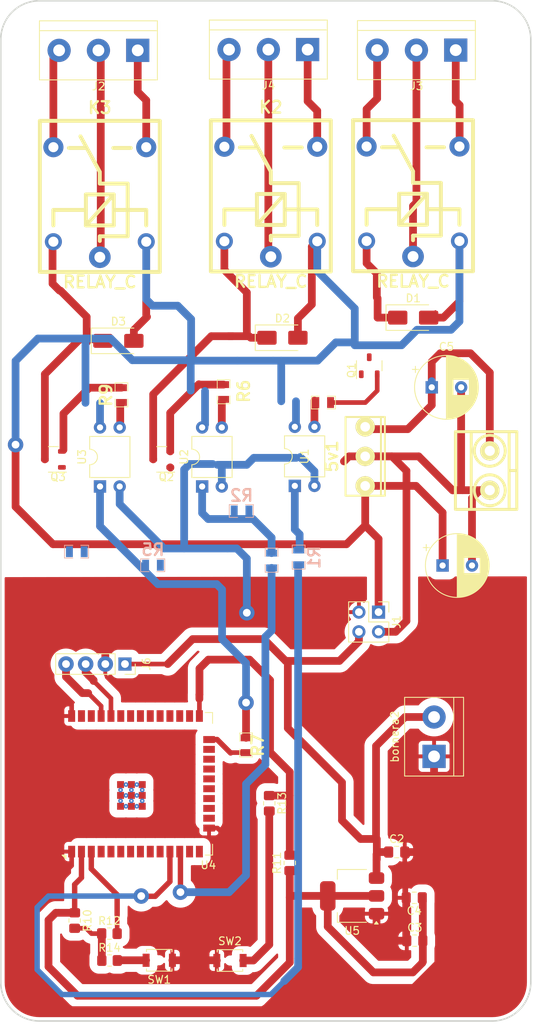
<source format=kicad_pcb>
(kicad_pcb (version 20240108) (generator "pcbnew") (generator_version "8.0")
  (layers (0 "F.Cu" signal) (31 "B.Cu" signal) (34 "B.Paste" user) (35 "F.Paste" user) (36 "B.SilkS" user "B.Silkscreen") (37 "F.SilkS" user "F.Silkscreen") (38 "B.Mask" user) (39 "F.Mask" user) (44 "Edge.Cuts" user))
  (net 0 "")
  (net 1 "Net-(D1-A)")
  (net 2 "Net-(D2-A)")
  (net 3 "Net-(D3-A)")
  (net 4 "Net-(R1-Pad2)")
  (net 5 "Net-(R2-Pad1)")
  (net 6 "Net-(R3-Pad1)")
  (net 7 "Net-(R4-Pad2)")
  (net 8 "Net-(R6-Pad1)")
  (net 9 "Net-(R5-Pad1)")
  (net 10 "Net-(R9-Pad1)")
  (net 11 "Net-(R8-Pad1)")
  (net 12 "Net-(R7-Pad2)")
  (net 13 "/R3")
  (net 14 "/R2")
  (net 15 "/R1")
  (net 16 "/NO1")
  (net 17 "Net-(Q1-B)")
  (net 18 "Net-(Q2-B)")
  (net 19 "Net-(Q3-B)")
  (net 20 "/NC1")
  (net 21 "/C1")
  (net 22 "/NC2")
  (net 23 "/NO2")
  (net 24 "/C2")
  (net 25 "/NC3")
  (net 26 "/C3")
  (net 27 "/NO3")
  (net 28 "/5V")
  (net 29 "/VIN")
  (net 30 "/3.3V")
  (net 31 "/RX")
  (net 32 "/TX")
  (net 33 "/SWITCH")
  (net 34 "Net-(R13-Pad2)")
  (net 35 "/FLASH")
  (net 38 "/EN")
  (net 64 "Net-(R14-Pad2)")
  (net 65 "/GNDE")
  (net 66 "/5VES")
  (footprint "Resistor_SMD:R_0805_2012Metric_Pad1.20x1.40mm_HandSolder" (layer "F.Cu") (at 89.3292 131.2362 -90)
    (property "Reference" "R13")
    (property "Value" "470")
  )
  (footprint "EESTN5:R_0805" (layer "F.Cu") (at 70.2292 78.5362 90)
    (property "Reference" "R9")
    (property "Value" "R" (hide yes))
  )
  (footprint "Package_DIP:DIP-4_W7.62mm" (layer "F.Cu") (at 92.6292 90.2562 90)
    (property "Reference" "U1")
    (property "Value" "PC817")
  )
  (footprint "RF_Module:ESP32-WROOM-32E" (layer "F.Cu") (at 69.0492 128.7162 90)
    (property "Reference" "U4")
    (property "Value" "ESP32-WROOM-32E__4MB_")
  )
  (footprint "TerminalBlock:TerminalBlock_bornier-3_P5.08mm" (layer "F.Cu") (at 94.2892 33.9362 180)
    (property "Reference" "J4")
    (property "Value" "Screw_Terminal_01x03")
  )
  (footprint "MMBT3904-Diotec-Semiconductor-Symbol-Kicad-1:P200_SOT-23" (layer "F.Cu") (at 76.5292 87.8662 180)
    (property "Reference" "Q2")
    (property "Value" "2N3904")
  )
  (footprint "EESTN5:R_0805" (layer "F.Cu") (at 86.3292 123.7362 90)
    (property "Reference" "R7")
    (property "Value" "R" (hide yes))
  )
  (footprint "TerminalBlock:TerminalBlock_bornier-2_P5.08mm" (layer "F.Cu") (at 110.6292 125.1762 90)
    (property "Reference" "bornera2")
    (property "Value" "bornera")
  )
  (footprint "Capacitor_THT:CP_Radial_D8.0mm_P3.80mm" (layer "F.Cu") (at 111.7292 100.5362)
    (property "Reference" "C6" (hide yes))
    (property "Value" "100uf")
  )
  (footprint "Capacitor_THT:CP_Radial_D8.0mm_P3.80mm" (layer "F.Cu") (at 110.326549 77.5362)
    (property "Reference" "C5")
    (property "Value" "100uf")
  )
  (footprint "EESTN5:BORNERA2_AZUL" (layer "F.Cu") (at 117.8292 88.2762 90)
    (property "Reference" "bornera1" (hide yes))
    (property "Value" "bornera" (hide yes))
  )
  (footprint "Diode_SMD:D_SMA" (layer "F.Cu") (at 91.0292 71.1362)
    (property "Reference" "D2")
    (property "Value" "DIODE")
  )
  (footprint "Resistor_SMD:R_0805_2012Metric_Pad1.20x1.40mm_HandSolder" (layer "F.Cu") (at 91.9792 138.9262 90)
    (property "Reference" "R11")
    (property "Value" "10K")
  )
  (footprint "Diode_SMD:D_SMA" (layer "F.Cu") (at 107.9292 68.5362)
    (property "Reference" "D1")
    (property "Value" "DIODE")
  )
  (footprint "Button_Switch_SMD:SW_SPST_B3U-1000P-B" (layer "F.Cu") (at 84.2492 151.5262)
    (property "Reference" "SW2")
    (property "Value" "SW_Push")
  )
  (footprint "EESTN5:Relay_C" (layer "F.Cu") (at 107.9092 52.5462 180)
    (property "Reference" "K1" (hide yes))
    (property "Value" "RELAY_C")
  )
  (footprint "Capacitor_SMD:C_0805_2012Metric_Pad1.18x1.45mm_HandSolder" (layer "F.Cu") (at 105.7992 137.5262)
    (property "Reference" "C2")
    (property "Value" "C")
  )
  (footprint "Package_DIP:DIP-4_W7.62mm" (layer "F.Cu") (at 67.4542 90.3362 90)
    (property "Reference" "U3")
    (property "Value" "PC817")
  )
  (footprint "MMBT3904-Diotec-Semiconductor-Symbol-Kicad-1:P200_SOT-23" (layer "F.Cu") (at 101.22 75.85 90)
    (property "Reference" "Q1")
    (property "Value" "2N3904")
  )
  (footprint "MMBT3904-Diotec-Semiconductor-Symbol-Kicad-1:P200_SOT-23" (layer "F.Cu") (at 62.5292 87.8662 180)
    (property "Reference" "Q3")
    (property "Value" "2N3904")
  )
  (footprint "EESTN5:Relay_C" (layer "F.Cu") (at 67.4292 52.6362 180)
    (property "Reference" "K3")
    (property "Value" "RELAY_C")
  )
  (footprint "TerminalBlock:TerminalBlock_bornier-3_P5.08mm" (layer "F.Cu") (at 72.3292 34.0362 180)
    (property "Reference" "J2")
    (property "Value" "Screw_Terminal_01x03")
  )
  (footprint "Capacitor_SMD:C_0805_2012Metric_Pad1.18x1.45mm_HandSolder" (layer "F.Cu") (at 108.1392 148.9637)
    (property "Reference" "C3")
    (property "Value" "C")
  )
  (footprint "Resistor_SMD:R_0805_2012Metric_Pad1.20x1.40mm_HandSolder" (layer "F.Cu") (at 68.6892 151.5262)
    (property "Reference" "R14")
    (property "Value" "470")
  )
  (footprint "EESTN5:TO-220-2" (layer "F.Cu") (at 101.7292 86.4462 -90)
    (property "Reference" "5v1")
    (property "Value" "LM7805_TO220" (hide yes))
  )
  (footprint "Connector_PinHeader_2.54mm:PinHeader_2x02_P2.54mm_Vertical" (layer "F.Cu") (at 103.4542 106.553 -90)
    (property "Reference" "J1")
    (property "Value" "Conn_02x02_Counter_Clockwise")
  )
  (footprint "Resistor_SMD:R_0805_2012Metric_Pad1.20x1.40mm_HandSolder" (layer "F.Cu") (at 68.6692 148.0562)
    (property "Reference" "R12")
    (property "Value" "10K")
  )
  (footprint "EESTN5:R_0805" (layer "F.Cu") (at 96.2975 79.5)
    (property "Reference" "R3" (hide yes))
    (property "Value" "R" (hide yes))
  )
  (footprint "EESTN5:R_0805" (layer "F.Cu") (at 83.4292 78.1362 90)
    (property "Reference" "R6")
    (property "Value" "R" (hide yes))
  )
  (footprint "Button_Switch_SMD:SW_SPST_B3U-1000P-B" (layer "F.Cu") (at 75.1092 151.4962 180)
    (property "Reference" "SW1")
    (property "Value" "SW_Push")
  )
  (footprint "Capacitor_SMD:C_0805_2012Metric_Pad1.18x1.45mm_HandSolder" (layer "F.Cu") (at 108.0667 143.4337 180)
    (property "Reference" "C4")
    (property "Value" "C")
  )
  (footprint "Connector_PinSocket_2.54mm:PinSocket_1x04_P2.54mm_Vertical" (layer "F.Cu") (at 70.6792 113.2562 -90)
    (property "Reference" "J6")
    (property "Value" "Conn_01x04_Pin")
  )
  (footprint "Diode_SMD:D_SMA" (layer "F.Cu") (at 69.8292 71.5362)
    (property "Reference" "D3")
    (property "Value" "DIODE" (hide yes))
  )
  (footprint "Package_DIP:DIP-4_W7.62mm" (layer "F.Cu") (at 80.6542 90.3362 90)
    (property "Reference" "U2")
    (property "Value" "PC817")
  )
  (footprint "Package_TO_SOT_SMD:SOT-223-3_TabPin2" (layer "F.Cu") (at 100.0392 143.1862 180)
    (property "Reference" "U5")
    (property "Value" "NCP1117-1.5_SOT223")
  )
  (footprint "EESTN5:Relay_C" (layer "F.Cu") (at 89.5292 52.5762 180)
    (property "Reference" "K2")
    (property "Value" "RELAY_C")
  )
  (footprint "Resistor_SMD:R_0805_2012Metric_Pad1.20x1.40mm_HandSolder" (layer "F.Cu") (at 64.1792 146.3662 -90)
    (property "Reference" "R10")
    (property "Value" "10K")
  )
  (footprint "TerminalBlock:TerminalBlock_bornier-3_P5.08mm" (layer "F.Cu") (at 113.4292 34.0062 180)
    (property "Reference" "J3")
    (property "Value" "Screw_Terminal_01x03")
  )
  (footprint "EESTN5:R_0805" (layer "B.Cu") (at 85.75 93.5 180)
    (property "Reference" "R2")
    (property "Value" "R" (hide yes))
  )
  (footprint "EESTN5:R_0805" (layer "B.Cu") (at 89.6292 99.8887 90)
    (property "Reference" "R4" (hide yes))
    (property "Value" "R" (hide yes))
  )
  (footprint "EESTN5:R_0805" (layer "B.Cu") (at 93.1292 99.4887 90)
    (property "Reference" "R1")
    (property "Value" "R" (hide yes))
  )
  (footprint "EESTN5:R_0805" (layer "B.Cu") (at 64.4525 98.75 180)
    (property "Reference" "R8" (hide yes))
    (property "Value" "R" (hide yes))
  )
  (footprint "EESTN5:R_0805" (layer "B.Cu") (at 74.2975 100.5 180)
    (property "Reference" "R5")
    (property "Value" "R" (hide yes))
  )
  (gr_line (start 54.6292 154.3362) (end 54.6292 32.6362) (stroke (width 0.2)) (layer "Edge.Cuts"))
  (gr_arc (start 54.6292 32.6362) (mid 56.093666 29.100666) (end 59.6292 27.6362) (stroke (width 0.2)) (layer "Edge.Cuts"))
  (gr_line (start 59.6292 27.6362) (end 118.1292 27.6362) (stroke (width 0.2)) (layer "Edge.Cuts"))
  (gr_line (start 123.1292 32.6362) (end 123.1292 154.3362) (stroke (width 0.2)) (layer "Edge.Cuts"))
  (gr_arc (start 123.1292 154.3362) (mid 121.664734 157.871734) (end 118.1292 159.3362) (stroke (width 0.2)) (layer "Edge.Cuts"))
  (gr_line (start 118.1292 159.3362) (end 59.6292 159.3362) (stroke (width 0.2)) (layer "Edge.Cuts"))
  (gr_arc (start 59.6292 159.3362) (mid 56.093666 157.871734) (end 54.6292 154.3362) (stroke (width 0.2)) (layer "Edge.Cuts"))
  (gr_arc (start 118.1292 27.6362) (mid 121.664734 29.100666) (end 123.1292 32.6362) (stroke (width 0.2)) (layer "Edge.Cuts"))
  (segment (start 103.2292 65.9362) (end 103.2292 62.8362) (width 1) (layer "F.Cu") (net 1))
  (segment (start 103.3292 66.0362) (end 103.2292 65.9362) (width 0.6) (layer "F.Cu") (net 1))
  (segment (start 103.3292 68.5362) (end 103.3292 66.0362) (width 1) (layer "F.Cu") (net 1))
  (segment (start 105.9292 68.5362) (end 103.3292 68.5362) (width 1) (layer "F.Cu") (net 1))
  (segment (start 103.2292 62.8362) (end 101.9092 61.5162) (width 1) (layer "F.Cu") (net 1))
  (segment (start 101.9092 61.5162) (end 101.9092 58.6462) (width 1) (layer "F.Cu") (net 1))
  (segment (start 83.5292 62.3962) (end 83.5292 58.6762) (width 1) (layer "F.Cu") (net 2))
  (segment (start 84.0292 70.9362) (end 86.7292 70.9362) (width 1) (layer "F.Cu") (net 2))
  (segment (start 81.8292 70.9362) (end 84.6292 70.9362) (width 1) (layer "F.Cu") (net 2))
  (segment (start 86.9292 71.1362) (end 86.7292 70.9362) (width 0.6) (layer "F.Cu") (net 2))
  (segment (start 74.3292 86.8362) (end 74.3292 78.4362) (width 1) (layer "F.Cu") (net 2))
  (segment (start 86.7292 70.9362) (end 86.4292 70.6362) (width 0.6) (layer "F.Cu") (net 2))
  (segment (start 86.4292 70.6362) (end 86.4292 65.2962) (width 1) (layer "F.Cu") (net 2))
  (segment (start 89.0292 71.1362) (end 86.9292 71.1362) (width 1) (layer "F.Cu") (net 2))
  (segment (start 86.4292 65.2962) (end 83.5292 62.3962) (width 1) (layer "F.Cu") (net 2))
  (segment (start 74.3292 78.4362) (end 81.8292 70.9362) (width 1) (layer "F.Cu") (net 2))
  (segment (start 62.2292 65.0562) (end 62.3492 65.0562) (width 0.6) (layer "F.Cu") (net 3))
  (segment (start 65.5292 71.7362) (end 65.7292 71.7362) (width 0.6) (layer "F.Cu") (net 3))
  (segment (start 66.2292 71.3362) (end 66.4292 71.5362) (width 0.6) (layer "F.Cu") (net 3))
  (segment (start 65.7292 68.4362) (end 65.7292 71.7362) (width 1) (layer "F.Cu") (net 3))
  (segment (start 61.3192 58.8462) (end 61.4292 58.7362) (width 1) (layer "F.Cu") (net 3))
  (segment (start 66.4292 71.5362) (end 67.8292 71.5362) (width 0.6) (layer "F.Cu") (net 3))
  (segment (start 62.2292 65.0562) (end 61.3192 64.1462) (width 1) (layer "F.Cu") (net 3))
  (segment (start 60.3292 75.8362) (end 64.8292 71.3362) (width 1) (layer "F.Cu") (net 3))
  (segment (start 61.3192 64.1462) (end 61.3192 58.8462) (width 1) (layer "F.Cu") (net 3))
  (segment (start 64.8292 71.3362) (end 66.2292 71.3362) (width 1) (layer "F.Cu") (net 3))
  (segment (start 62.3492 65.0562) (end 65.7292 68.4362) (width 1) (layer "F.Cu") (net 3))
  (segment (start 60.3292 86.8362) (end 60.3292 75.8362) (width 1) (layer "F.Cu") (net 3))
  (segment (start 93.2542 96.5112) (end 93.2542 98.4112) (width 1) (layer "B.Cu") (net 4))
  (segment (start 92.6292 95.8862) (end 93.2542 96.5112) (width 1) (layer "B.Cu") (net 4))
  (segment (start 93.2542 98.4112) (end 93.1292 98.5362) (width 0.6) (layer "B.Cu") (net 4))
  (segment (start 92.6292 90.2562) (end 92.6292 95.8862) (width 1) (layer "B.Cu") (net 4))
  (segment (start 92.7817 79.3362) (end 92.7817 82.4837) (width 1) (layer "B.Cu") (net 5))
  (segment (start 92.7817 82.4837) (end 92.6292 82.6362) (width 0.6) (layer "B.Cu") (net 5))
  (segment (start 95.1692 79.2487) (end 95.2292 79.1887) (width 0.6) (layer "F.Cu") (net 6))
  (segment (start 95.1692 82.6362) (end 95.1692 79.2487) (width 1) (layer "F.Cu") (net 6))
  (segment (start 80.6542 90.3362) (end 80.6542 93.7612) (width 1) (layer "B.Cu") (net 7))
  (segment (start 89.6292 96.9362) (end 87.2292 94.5362) (width 1) (layer "B.Cu") (net 7))
  (segment (start 89.6292 98.9362) (end 89.6292 96.9362) (width 1) (layer "B.Cu") (net 7))
  (segment (start 80.6542 93.7612) (end 81.4292 94.5362) (width 1) (layer "B.Cu") (net 7))
  (segment (start 87.2292 94.5362) (end 81.4292 94.5362) (width 1) (layer "B.Cu") (net 7))
  (segment (start 83.1942 79.3237) (end 83.5292 78.9887) (width 0.6) (layer "F.Cu") (net 8))
  (segment (start 83.1942 82.7162) (end 83.1942 79.3237) (width 1) (layer "F.Cu") (net 8))
  (segment (start 81.0292 78.0087) (end 81.0817 77.9562) (width 0.6) (layer "B.Cu") (net 9))
  (segment (start 80.6542 82.7162) (end 81.0292 82.3412) (width 1) (layer "B.Cu") (net 9))
  (segment (start 81.0292 82.3412) (end 81.0292 78.0087) (width 1) (layer "B.Cu") (net 9))
  (segment (start 70.0692 79.6487) (end 70.2292 79.4887) (width 0.6) (layer "F.Cu") (net 10))
  (segment (start 70.0692 82.9362) (end 70.0692 79.6487) (width 1) (layer "F.Cu") (net 10))
  (segment (start 67.4542 79.5637) (end 67.4817 79.5362) (width 0.6) (layer "B.Cu") (net 11))
  (segment (start 67.4542 82.7162) (end 67.4542 79.5637) (width 1) (layer "B.Cu") (net 11))
  (segment (start 86.3292 122.7837) (end 86.3292 118.2362) (width 1) (layer "F.Cu") (net 12))
  (via (at 86.3292 118.2362) (size 2) (drill 1) (layers "F.Cu" "B.Cu") (net 12))
  (segment (start 67.4542 95.4612) (end 74.9292 102.9362) (width 1) (layer "B.Cu") (net 12))
  (segment (start 67.4542 90.3362) (end 67.4542 95.4612) (width 1) (layer "B.Cu") (net 12))
  (segment (start 82.5292 102.9362) (end 83.2292 103.6362) (width 1) (layer "B.Cu") (net 12))
  (segment (start 83.2292 103.6362) (end 83.2292 110.0362) (width 1) (layer "B.Cu") (net 12))
  (segment (start 74.9292 102.9362) (end 82.5292 102.9362) (width 1) (layer "B.Cu") (net 12))
  (segment (start 83.2292 110.0362) (end 86.3292 113.1362) (width 1) (layer "B.Cu") (net 12))
  (segment (start 86.3292 113.1362) (end 86.3292 118.2362) (width 1) (layer "B.Cu") (net 12))
  (segment (start 77.8492 142.7062) (end 77.8492 137.5562) (width 0.7) (layer "F.Cu") (net 13))
  (via (at 77.8492 142.7062) (size 2) (drill 1) (layers "F.Cu" "B.Cu") (net 13))
  (segment (start 86.3292 128.7362) (end 88.8292 126.2362) (width 1) (layer "B.Cu") (net 13))
  (segment (start 86.3292 130.2362) (end 86.3292 128.7362) (width 1) (layer "B.Cu") (net 13))
  (segment (start 77.8492 142.7062) (end 84.1392 142.7062) (width 1) (layer "B.Cu") (net 13))
  (segment (start 88.8292 126.2362) (end 88.8292 109.7362) (width 1) (layer "B.Cu") (net 13))
  (segment (start 86.3292 140.5162) (end 86.3292 130.2362) (width 1) (layer "B.Cu") (net 13))
  (segment (start 88.8292 126.2362) (end 88.8292 125.9862) (width 0.6) (layer "B.Cu") (net 13))
  (segment (start 89.6292 108.9362) (end 89.6292 100.8412) (width 1) (layer "B.Cu") (net 13))
  (segment (start 88.8292 109.7362) (end 89.6292 108.9362) (width 1) (layer "B.Cu") (net 13))
  (segment (start 84.1392 142.7062) (end 86.3292 140.5162) (width 1) (layer "B.Cu") (net 13))
  (segment (start 74.5892 143.2362) (end 72.8092 143.2362) (width 0.7) (layer "F.Cu") (net 14))
  (segment (start 76.4892 141.3362) (end 74.5892 143.2362) (width 0.7) (layer "F.Cu") (net 14))
  (segment (start 76.4892 137.4662) (end 76.4892 141.3362) (width 0.7) (layer "F.Cu") (net 14))
  (segment (start 72.8092 143.2362) (end 72.7792 143.2062) (width 0.7) (layer "F.Cu") (net 14))
  (segment (start 72.7492 143.2362) (end 72.4692 143.2362) (width 0.7) (layer "F.Cu") (net 14))
  (segment (start 74.5892 143.2362) (end 74.9592 142.8662) (width 0.7) (layer "F.Cu") (net 14))
  (segment (start 72.7792 143.2062) (end 72.7492 143.2362) (width 0.7) (layer "F.Cu") (net 14))
  (via (at 72.7792 143.2062) (size 2) (drill 1) (layers "F.Cu" "B.Cu") (net 14))
  (segment (start 91.2692 154.1762) (end 92.1292 153.3162) (width 0.7) (layer "B.Cu") (net 14))
  (segment (start 59.3292 144.6662) (end 59.3292 152.7062) (width 0.7) (layer "B.Cu") (net 14))
  (segment (start 59.3292 152.7062) (end 62.5392 155.9162) (width 0.7) (layer "B.Cu") (net 14))
  (segment (start 62.5392 155.9162) (end 89.5292 155.9162) (width 0.7) (layer "B.Cu") (net 14))
  (segment (start 60.7892 143.2062) (end 59.3292 144.6662) (width 0.7) (layer "B.Cu") (net 14))
  (segment (start 91.2692 154.1762) (end 93.0592 152.3862) (width 1) (layer "B.Cu") (net 14))
  (segment (start 89.5292 155.9162) (end 91.2692 154.1762) (width 0.7) (layer "B.Cu") (net 14))
  (segment (start 72.7792 143.2062) (end 60.7892 143.2062) (width 0.7) (layer "B.Cu") (net 14))
  (segment (start 93.0592 152.3862) (end 93.0592 151.2662) (width 1) (layer "B.Cu") (net 14))
  (segment (start 93.0592 100.8062) (end 93.0592 151.2662) (width 1) (layer "B.Cu") (net 14))
  (segment (start 93.0592 151.2662) (end 92.9285 151.3969) (width 0.6) (layer "B.Cu") (net 14))
  (segment (start 82.5942 123.0012) (end 81.5492 123.0012) (width 0.7) (layer "F.Cu") (net 15))
  (segment (start 86.3292 124.6887) (end 84.3767 124.6887) (width 0.6) (layer "F.Cu") (net 15))
  (segment (start 84.3292 124.7362) (end 82.5942 123.0012) (width 0.7) (layer "F.Cu") (net 15))
  (segment (start 84.3767 124.6887) (end 84.3292 124.7362) (width 0.6) (layer "F.Cu") (net 15))
  (segment (start 73.4292 40.4862) (end 73.4292 46.5362) (width 1) (layer "F.Cu") (net 16))
  (segment (start 72.3292 39.3862) (end 73.4292 40.4862) (width 1) (layer "F.Cu") (net 16))
  (segment (start 72.3292 34.0362) (end 72.3292 39.3862) (width 1) (layer "F.Cu") (net 16))
  (segment (start 101.75 79.5) (end 103.28 77.97) (width 0.6) (layer "F.Cu") (net 17))
  (segment (start 97.25 79.5) (end 101.75 79.5) (width 0.6) (layer "F.Cu") (net 17))
  (segment (start 103.28 77.97) (end 103.28 75.85) (width 0.6) (layer "F.Cu") (net 17))
  (segment (start 80.2292 77.1362) (end 80.2767 77.1837) (width 0.6) (layer "F.Cu") (net 18))
  (segment (start 76.5292 80.8362) (end 80.2292 77.1362) (width 1) (layer "F.Cu") (net 18))
  (segment (start 80.2767 77.1837) (end 83.4292 77.1837) (width 1) (layer "F.Cu") (net 18))
  (segment (start 76.5292 85.8062) (end 76.5292 80.8362) (width 1) (layer "F.Cu") (net 18))
  (segment (start 62.7292 80.9362) (end 62.7292 85.6062) (width 1) (layer "F.Cu") (net 19))
  (segment (start 62.7292 85.6062) (end 62.5292 85.8062) (width 0.6) (layer "F.Cu") (net 19))
  (segment (start 66.0817 77.5837) (end 65.8817 77.7837) (width 0.6) (layer "F.Cu") (net 19))
  (segment (start 65.8817 77.7837) (end 62.7292 80.9362) (width 1) (layer "F.Cu") (net 19))
  (segment (start 70.2292 77.5837) (end 66.0817 77.5837) (width 1) (layer "F.Cu") (net 19))
  (segment (start 61.4292 46.5362) (end 61.4292 34.7762) (width 1) (layer "F.Cu") (net 20))
  (segment (start 61.4292 34.7762) (end 62.1692 34.0362) (width 1) (layer "B.Cu") (net 20))
  (segment (start 67.2492 60.5562) (end 67.4292 60.7362) (width 1) (layer "F.Cu") (net 21))
  (segment (start 67.5492 34.3362) (end 67.5492 60.6162) (width 1) (layer "F.Cu") (net 21))
  (segment (start 67.5492 60.6162) (end 67.4292 60.7362) (width 1) (layer "B.Cu") (net 21))
  (segment (start 67.2492 34.0362) (end 67.5492 34.3362) (width 1) (layer "B.Cu") (net 21))
  (segment (start 103.2692 40.2662) (end 101.9092 41.6262) (width 1) (layer "F.Cu") (net 22))
  (segment (start 101.9092 41.6262) (end 101.9092 46.4462) (width 1) (layer "F.Cu") (net 22))
  (segment (start 103.2692 34.0062) (end 103.2692 40.2662) (width 1) (layer "F.Cu") (net 22))
  (segment (start 113.4292 34.0062) (end 113.4292 40.6062) (width 1) (layer "F.Cu") (net 23))
  (segment (start 113.9292 41.1062) (end 113.9292 46.4262) (width 1) (layer "F.Cu") (net 23))
  (segment (start 113.4292 40.6062) (end 113.9292 41.1062) (width 1) (layer "F.Cu") (net 23))
  (segment (start 113.9292 46.4262) (end 113.9092 46.4462) (width 1) (layer "B.Cu") (net 23))
  (segment (start 108.3492 53.6862) (end 107.9092 54.1262) (width 1) (layer "F.Cu") (net 24))
  (segment (start 107.9092 54.1262) (end 107.9092 60.6462) (width 1) (layer "F.Cu") (net 24))
  (segment (start 108.3492 60.2062) (end 107.9092 60.6462) (width 1) (layer "F.Cu") (net 24))
  (segment (start 108.3492 34.0062) (end 108.3492 53.6862) (width 1) (layer "F.Cu") (net 24))
  (segment (start 83.7992 34.2662) (end 83.7992 46.2062) (width 1) (layer "F.Cu") (net 25))
  (segment (start 84.1292 33.9362) (end 83.7992 34.2662) (width 1) (layer "B.Cu") (net 25))
  (segment (start 83.7992 46.2062) (end 83.5292 46.4762) (width 1) (layer "B.Cu") (net 25))
  (segment (start 89.2092 33.9362) (end 89.2092 60.3562) (width 1) (layer "F.Cu") (net 26))
  (segment (start 89.2092 60.3562) (end 89.5292 60.6762) (width 1) (layer "B.Cu") (net 26))
  (segment (start 94.2892 33.9362) (end 94.2892 40.5962) (width 1) (layer "F.Cu") (net 27))
  (segment (start 95.5292 41.8362) (end 95.5292 46.4762) (width 1) (layer "F.Cu") (net 27))
  (segment (start 94.2892 40.5962) (end 95.5292 41.8362) (width 1) (layer "F.Cu") (net 27))
  (segment (start 101.7292 90.2562) (end 101.7292 95.3748) (width 1) (layer "F.Cu") (net 28))
  (segment (start 108.2902 90.2562) (end 111.7292 93.6952) (width 1) (layer "F.Cu") (net 28))
  (segment (start 71.8292 70.1362) (end 73.5292 68.4362) (width 1) (layer "F.Cu") (net 28))
  (segment (start 56.5404 84.9376) (end 56.5404 92.9474) (width 1) (layer "F.Cu") (net 28))
  (segment (start 73.5292 67.3362) (end 73.4292 67.2362) (width 0.6) (layer "F.Cu") (net 28))
  (segment (start 101.7292 86.4462) (end 108.6392 86.4462) (width 1) (layer "F.Cu") (net 28))
  (segment (start 61.383 97.79) (end 99.314 97.79) (width 1) (layer "F.Cu") (net 28))
  (segment (start 99.6342 86.4462) (end 98.9838 87.0966) (width 1) (layer "F.Cu") (net 28))
  (segment (start 103.4542 97.0998) (end 101.7292 95.3748) (width 1) (layer "F.Cu") (net 28))
  (segment (start 105.664 109.093) (end 107.061 107.696) (width 1) (layer "F.Cu") (net 28))
  (segment (start 94.8292 66.8362) (end 94.8292 59.3762) (width 1) (layer "F.Cu") (net 28))
  (segment (start 56.5404 84.709) (end 56.5404 84.9376) (width 1) (layer "F.Cu") (net 28))
  (segment (start 113.0492 90.8162) (end 114.3292 90.8162) (width 1) (layer "F.Cu") (net 28))
  (segment (start 111.7292 93.6952) (end 111.7292 100.5362) (width 1) (layer "F.Cu") (net 28))
  (segment (start 107.061 88.3158) (end 105.1914 86.4462) (width 1) (layer "F.Cu") (net 28))
  (segment (start 95.4292 58.7762) (end 95.5292 58.6762) (width 0.2) (layer "F.Cu") (net 28))
  (segment (start 115.5292 91.8362) (end 115.5292 100.5362) (width 1) (layer "F.Cu") (net 28))
  (segment (start 109.9292 68.5362) (end 111.8292 68.5362) (width 1) (layer "F.Cu") (net 28))
  (segment (start 111.8292 68.5362) (end 113.9092 66.4562) (width 1) (layer "F.Cu") (net 28))
  (segment (start 103.4542 109.093) (end 105.664 109.093) (width 1) (layer "F.Cu") (net 28))
  (segment (start 76.5292 87.8662) (end 76.5556 87.8926) (width 1) (layer "F.Cu") (net 28))
  (segment (start 94.8292 59.3762) (end 95.4292 58.7762) (width 1) (layer "F.Cu") (net 28))
  (segment (start 101.7292 90.2562) (end 108.2902 90.2562) (width 1) (layer "F.Cu") (net 28))
  (segment (start 73.4292 68.1887) (end 73.4217 68.1962) (width 0.6) (layer "F.Cu") (net 28))
  (segment (start 105.1914 86.4462) (end 101.7292 86.4462) (width 1) (layer "F.Cu") (net 28))
  (segment (start 114.126549 77.5362) (end 114.126549 90.613549) (width 1) (layer "F.Cu") (net 28))
  (segment (start 99.314 97.79) (end 101.7292 95.3748) (width 1) (layer "F.Cu") (net 28))
  (segment (start 113.9092 66.4562) (end 113.9092 58.6462) (width 1) (layer "F.Cu") (net 28))
  (segment (start 56.5404 92.9474) (end 61.383 97.79) (width 1) (layer "F.Cu") (net 28))
  (segment (start 109.9292 68.5362) (end 110.7992 67.6662) (width 0.2) (layer "F.Cu") (net 28))
  (segment (start 73.5292 68.4362) (end 73.5292 67.3362) (width 0.6) (layer "F.Cu") (net 28))
  (segment (start 114.3292 90.8162) (end 117.8292 90.8162) (width 1) (layer "F.Cu") (net 28))
  (segment (start 71.8292 71.5362) (end 71.8292 70.1362) (width 1) (layer "F.Cu") (net 28))
  (segment (start 93.0292 68.6362) (end 94.8292 66.8362) (width 1) (layer "F.Cu") (net 28))
  (segment (start 108.6392 86.4462) (end 113.0292 90.8362) (width 1) (layer "F.Cu") (net 28))
  (segment (start 56.5404 92.9474) (end 61.3292 97.7362) (width 0.6) (layer "F.Cu") (net 28))
  (segment (start 103.4542 106.553) (end 103.4542 97.0998) (width 1) (layer "F.Cu") (net 28))
  (segment (start 116.5492 90.8162) (end 115.5292 91.8362) (width 1) (layer "F.Cu") (net 28))
  (segment (start 101.7292 86.4462) (end 99.6342 86.4462) (width 1) (layer "F.Cu") (net 28))
  (segment (start 73.4292 58.7362) (end 73.4292 67.2362) (width 1) (layer "F.Cu") (net 28))
  (segment (start 73.4292 67.2362) (end 73.4292 68.1887) (width 1) (layer "F.Cu") (net 28))
  (segment (start 61.3292 97.7362) (end 71.3292 97.7362) (width 0.6) (layer "F.Cu") (net 28))
  (segment (start 107.061 107.696) (end 107.061 88.3158) (width 1) (layer "F.Cu") (net 28))
  (segment (start 93.0292 71.1362) (end 93.0292 68.6362) (width 1) (layer "F.Cu") (net 28))
  (via (at 56.5404 84.9376) (size 2) (drill 1) (layers "F.Cu" "B.Cu") (net 28))
  (segment (start 97.9292 71.7362) (end 95.5767 74.0887) (width 1) (layer "B.Cu") (net 28))
  (segment (start 65.5767 71.2837) (end 65.5292 71.2362) (width 0.6) (layer "B.Cu") (net 28))
  (segment (start 68.8292 71.2362) (end 71.6292 74.0362) (width 1) (layer "B.Cu") (net 28))
  (segment (start 66.3292 71.2362) (end 68.8292 71.2362) (width 1) (layer "B.Cu") (net 28))
  (segment (start 100.0092 71.7362) (end 97.9292 71.7362) (width 1) (layer "B.Cu") (net 28))
  (segment (start 95.5767 74.0887) (end 89.8292 74.0887) (width 1) (layer "B.Cu") (net 28))
  (segment (start 95.5292 58.6762) (end 95.5292 62.5162) (width 1) (layer "B.Cu") (net 28))
  (segment (start 95.5292 62.5162) (end 100.3792 67.3662) (width 1) (layer "B.Cu") (net 28))
  (segment (start 113.9092 69.0262) (end 112.8292 70.1062) (width 1) (layer "B.Cu") (net 28))
  (segment (start 65.5767 79.5362) (end 65.5767 71.2837) (width 1) (layer "B.Cu") (net 28))
  (segment (start 56.5404 85.3694) (end 56.5404 74.125) (width 1) (layer "B.Cu") (net 28))
  (segment (start 73.4292 66.1792) (end 73.4292 58.7362) (width 1) (layer "B.Cu") (net 28))
  (segment (start 77.5 67) (end 74.25 67) (width 1) (layer "B.Cu") (net 28))
  (segment (start 113.9092 58.6462) (end 113.9092 69.0262) (width 1) (layer "B.Cu") (net 28))
  (segment (start 85.2767 74.1362) (end 85.2292 74.0887) (width 0.6) (layer "B.Cu") (net 28))
  (segment (start 108.4292 70.1062) (end 112.8292 70.1062) (width 1) (layer "B.Cu") (net 28))
  (segment (start 74.25 67) (end 73.4292 66.1792) (width 1) (layer "B.Cu") (net 28))
  (segment (start 65.5292 71.2362) (end 66.3292 71.2362) (width 1) (layer "B.Cu") (net 28))
  (segment (start 59.4292 71.2362) (end 65.5292 71.2362) (width 1) (layer "B.Cu") (net 28))
  (segment (start 71.6292 74.0362) (end 79.2292 74.0362) (width 1) (layer "B.Cu") (net 28))
  (segment (start 90.8767 79.3362) (end 90.8767 74.0887) (width 1) (layer "B.Cu") (net 28))
  (segment (start 100.3792 72.1062) (end 100.0092 71.7362) (width 0.6) (layer "B.Cu") (net 28))
  (segment (start 56.5404 74.125) (end 59.4292 71.2362) (width 1) (layer "B.Cu") (net 28))
  (segment (start 89.8292 74.0887) (end 85.2292 74.0887) (width 1) (layer "B.Cu") (net 28))
  (segment (start 99.4292 66.4162) (end 100.3792 67.3662) (width 0.6) (layer "B.Cu") (net 28))
  (segment (start 79.1767 77.9562) (end 79.1767 73.8362) (width 1) (layer "B.Cu") (net 28))
  (segment (start 100.3792 72.1062) (end 100.3792 67.3662) (width 1) (layer "B.Cu") (net 28))
  (segment (start 106.4292 72.1062) (end 108.4292 70.1062) (width 1) (layer "B.Cu") (net 28))
  (segment (start 79.2817 74.0887) (end 79.2292 74.0362) (width 0.6) (layer "B.Cu") (net 28))
  (segment (start 79.2292 68.7292) (end 77.5 67) (width 1) (layer "B.Cu") (net 28))
  (segment (start 85.2292 74.0887) (end 79.2817 74.0887) (width 1) (layer "B.Cu") (net 28))
  (segment (start 79.2292 74.0362) (end 79.2292 68.7292) (width 1) (layer "B.Cu") (net 28))
  (segment (start 100.3792 72.1062) (end 106.4292 72.1062) (width 1) (layer "B.Cu") (net 28))
  (segment (start 90.8767 74.0887) (end 89.8292 74.0887) (width 0.6) (layer "B.Cu") (net 28))
  (segment (start 110.326549 79.838851) (end 110.326549 76.7362) (width 1) (layer "F.Cu") (net 29))
  (segment (start 115.3292 73.1362) (end 111.4292 73.1362) (width 1) (layer "F.Cu") (net 29))
  (segment (start 110.326549 74.238851) (end 110.326549 76.7362) (width 1) (layer "F.Cu") (net 29))
  (segment (start 117.8292 75.6362) (end 115.3292 73.1362) (width 1) (layer "F.Cu") (net 29))
  (segment (start 107.2292 82.9362) (end 102.0292 82.9362) (width 1) (layer "F.Cu") (net 29))
  (segment (start 107.2292 82.9362) (end 110.326549 79.838851) (width 1) (layer "F.Cu") (net 29))
  (segment (start 111.4292 73.1362) (end 110.326549 74.238851) (width 1) (layer "F.Cu") (net 29))
  (segment (start 117.8292 85.7362) (end 117.8292 75.6362) (width 1) (layer "F.Cu") (net 29))
  (segment (start 102.0292 82.9362) (end 101.7292 82.6362) (width 1) (layer "B.Cu") (net 29))
  (segment (start 110.326549 76.7362) (end 110.326549 77.5362) (width 1) (layer "B.Cu") (net 29))
  (segment (start 64.1792 141.7162) (end 64.1792 145.3662) (width 0.7) (layer "F.Cu") (net 30))
  (segment (start 109.0992 151.7737) (end 109.1767 151.6962) (width 1) (layer "F.Cu") (net 30))
  (segment (start 107.8792 153.0637) (end 109.0992 151.8437) (width 1) (layer "F.Cu") (net 30))
  (segment (start 96.8892 147.1637) (end 102.7892 153.0637) (width 1) (layer "F.Cu") (net 30))
  (segment (start 62.0992 145.3662) (end 64.1792 145.3662) (width 1) (layer "F.Cu") (net 30))
  (segment (start 92.1792 143.1862) (end 91.9792 143.3862) (width 1) (layer "F.Cu") (net 30))
  (segment (start 65.0592 137.4662) (end 65.0592 140.8362) (width 0.7) (layer "F.Cu") (net 30))
  (segment (start 64.5492 156.0762) (end 60.7992 152.3262) (width 1) (layer "F.Cu") (net 30))
  (segment (start 96.8892 143.1862) (end 96.8892 147.1637) (width 1) (layer "F.Cu") (net 30))
  (segment (start 91.9792 143.3862) (end 91.9792 151.7762) (width 1) (layer "F.Cu") (net 30))
  (segment (start 109.1767 148.9637) (end 109.1767 143.5062) (width 1) (layer "F.Cu") (net 30))
  (segment (start 60.7992 146.3062) (end 61.7392 145.3662) (width 1) (layer "F.Cu") (net 30))
  (segment (start 109.1767 143.5062) (end 109.1042 143.4337) (width 1) (layer "F.Cu") (net 30))
  (segment (start 96.8892 143.1862) (end 92.1792 143.1862) (width 1) (layer "F.Cu") (net 30))
  (segment (start 65.0592 140.8362) (end 64.1792 141.7162) (width 0.7) (layer "F.Cu") (net 30))
  (segment (start 109.1767 151.6962) (end 109.1767 148.9637) (width 1) (layer "F.Cu") (net 30))
  (segment (start 60.7992 152.3262) (end 60.7992 146.3062) (width 1) (layer "F.Cu") (net 30))
  (segment (start 102.7892 153.0637) (end 107.8792 153.0637) (width 1) (layer "F.Cu") (net 30))
  (segment (start 87.6792 156.0762) (end 64.5492 156.0762) (width 1) (layer "F.Cu") (net 30))
  (segment (start 61.7392 145.3662) (end 62.0992 145.3662) (width 1) (layer "F.Cu") (net 30))
  (segment (start 91.9792 139.9262) (end 91.9792 143.3862) (width 1) (layer "F.Cu") (net 30))
  (segment (start 103.1892 143.1862) (end 96.8892 143.1862) (width 1) (layer "F.Cu") (net 30))
  (segment (start 109.0992 151.8437) (end 109.0992 151.7737) (width 1) (layer "F.Cu") (net 30))
  (segment (start 91.9792 151.7762) (end 87.6792 156.0762) (width 1) (layer "F.Cu") (net 30))
  (segment (start 66.6242 115.443) (end 68.8692 117.688) (width 0.6) (layer "F.Cu") (net 31))
  (segment (start 68.8692 117.688) (end 68.8692 119.9662) (width 0.6) (layer "F.Cu") (net 31))
  (segment (start 66.6242 115.3414) (end 65.5992 114.3164) (width 1) (layer "F.Cu") (net 31))
  (segment (start 66.6242 115.443) (end 66.6242 115.3414) (width 1) (layer "F.Cu") (net 31))
  (segment (start 65.5992 114.3164) (end 65.5992 113.2562) (width 1) (layer "F.Cu") (net 31))
  (segment (start 65.1637 117.0051) (end 63.0592 114.9006) (width 1) (layer "F.Cu") (net 32))
  (segment (start 65.9257 117.0051) (end 65.1637 117.0051) (width 1) (layer "F.Cu") (net 32))
  (segment (start 67.5992 118.6786) (end 67.5992 119.9662) (width 0.6) (layer "F.Cu") (net 32))
  (segment (start 65.9257 117.0051) (end 67.5992 118.6786) (width 0.6) (layer "F.Cu") (net 32))
  (segment (start 63.0592 114.9006) (end 63.0592 113.2562) (width 1) (layer "F.Cu") (net 32))
  (segment (start 65.6692 147.3662) (end 64.1792 147.3662) (width 0.6) (layer "F.Cu") (net 33))
  (segment (start 67.6892 148.0762) (end 67.6692 148.0562) (width 0.6) (layer "F.Cu") (net 33))
  (segment (start 67.6892 151.5262) (end 67.6892 148.0762) (width 1) (layer "F.Cu") (net 33))
  (segment (start 67.6692 148.0562) (end 66.3592 148.0562) (width 0.6) (layer "F.Cu") (net 33))
  (segment (start 66.3592 148.0562) (end 65.6692 147.3662) (width 0.6) (layer "F.Cu") (net 33))
  (segment (start 87.2792 151.5262) (end 85.9492 151.5262) (width 1) (layer "F.Cu") (net 34))
  (segment (start 89.3292 149.4762) (end 87.2792 151.5262) (width 1) (layer "F.Cu") (net 34))
  (segment (start 89.3292 149.4762) (end 89.3292 132.2362) (width 1) (layer "F.Cu") (net 34))
  (segment (start 91.9792 127.1862) (end 91.9792 130.2362) (width 1) (layer "F.Cu") (net 35))
  (segment (start 80.2992 117.7544) (end 80.2992 117.2162) (width 1) (layer "F.Cu") (net 35))
  (segment (start 89.4292 115.3362) (end 89.4292 124.6362) (width 1) (layer "F.Cu") (net 35))
  (segment (start 91.9792 130.2362) (end 91.9792 137.9262) (width 1) (layer "F.Cu") (net 35))
  (segment (start 86.7792 112.6862) (end 89.4292 115.3362) (width 1) (layer "F.Cu") (net 35))
  (segment (start 80.2992 117.2162) (end 80.2992 119.9662) (width 0.6) (layer "F.Cu") (net 35))
  (segment (start 89.4292 124.6362) (end 91.9792 127.1862) (width 1) (layer "F.Cu") (net 35))
  (segment (start 80.3092 113.8362) (end 81.4592 112.6862) (width 1) (layer "F.Cu") (net 35))
  (segment (start 81.4592 112.6862) (end 86.7792 112.6862) (width 1) (layer "F.Cu") (net 35))
  (segment (start 89.3292 130.2362) (end 91.9792 130.2362) (width 1) (layer "F.Cu") (net 35))
  (segment (start 80.3092 117.2062) (end 80.3092 113.8362) (width 1) (layer "F.Cu") (net 35))
  (segment (start 80.2992 117.2162) (end 80.3092 117.2062) (width 1) (layer "F.Cu") (net 35))
  (segment (start 69.6692 143.0362) (end 69.6692 145.6362) (width 0.7) (layer "F.Cu") (net 38))
  (segment (start 66.3292 137.4662) (end 66.3292 139.6962) (width 0.7) (layer "F.Cu") (net 38))
  (segment (start 69.6692 145.6362) (end 69.6692 148.0562) (width 0.6) (layer "F.Cu") (net 38))
  (segment (start 66.3292 139.6962) (end 69.6692 143.0362) (width 0.7) (layer "F.Cu") (net 38))
  (segment (start 69.7192 151.4962) (end 69.6892 151.5262) (width 1) (layer "F.Cu") (net 64))
  (segment (start 73.4092 151.4962) (end 69.7192 151.4962) (width 1) (layer "F.Cu") (net 64))
  (segment (start 110.4874 137.5262) (end 106.8367 137.5262) (width 1) (layer "F.Cu") (net 65))
  (segment (start 106.8367 137.5262) (end 106.8367 143.2412) (width 0.6) (layer "F.Cu") (net 65))
  (segment (start 80.4192 151.4962) (end 82.5192 151.4962) (width 1) (layer "F.Cu") (net 65))
  (segment (start 103.1892 147.6437) (end 104.5092 148.9637) (width 1) (layer "F.Cu") (net 65))
  (segment (start 110.6292 138.5362) (end 110.6292 137.668) (width 0.6) (layer "F.Cu") (net 65))
  (segment (start 59.3292 154.7362) (end 62.3292 157.7362) (width 0.6) (layer "F.Cu") (net 65))
  (segment (start 59.309 115.2144) (end 60.9308 116.8362) (width 1) (layer "F.Cu") (net 65))
  (segment (start 83.0492 144.9562) (end 80.0292 147.9762) (width 1) (layer "F.Cu") (net 65))
  (segment (start 81.5492 134.4312) (end 82.6442 134.4312) (width 0.6) (layer "F.Cu") (net 65))
  (segment (start 110.2574 137.668) (end 110.6292 137.668) (width 0.6) (layer "F.Cu") (net 65))
  (segment (start 104.5092 148.9637) (end 107.1017 148.9637) (width 1) (layer "F.Cu") (net 65))
  (segment (start 62.3292 157.7362) (end 105.3292 157.7362) (width 0.6) (layer "F.Cu") (net 65))
  (segment (start 68.1392 113.2562) (end 68.1392 110.7096) (width 1) (layer "F.Cu") (net 65))
  (segment (start 110.8292 138.7362) (end 112.4966 140.4036) (width 1) (layer "F.Cu") (net 65))
  (segment (start 82.6442 134.4312) (end 83.0492 134.8362) (width 0.6) (layer "F.Cu") (net 65))
  (segment (start 82.5192 151.4962) (end 82.5492 151.5262) (width 1) (layer "F.Cu") (net 65))
  (segment (start 59.309 111.0996) (end 59.309 115.2144) (width 1) (layer "F.Cu") (net 65))
  (segment (start 63.7892 139.2762) (end 59.3292 143.7362) (width 0.6) (layer "F.Cu") (net 65))
  (segment (start 112.4966 140.4036) (end 112.4966 150.5688) (width 1) (layer "F.Cu") (net 65))
  (segment (start 80.0292 147.9762) (end 80.0292 151.1062) (width 1) (layer "F.Cu") (net 65))
  (segment (start 107.0292 148.8912) (end 107.1017 148.9637) (width 1) (layer "F.Cu") (net 65))
  (segment (start 68.1392 110.7096) (end 66.3448 108.9152) (width 1) (layer "F.Cu") (net 65))
  (segment (start 66.3448 108.9152) (end 61.4934 108.9152) (width 1) (layer "F.Cu") (net 65))
  (segment (start 106.8367 137.2287) (end 106.7192 137.1112) (width 0.6) (layer "F.Cu") (net 65))
  (segment (start 63.7892 118.2962) (end 63.7892 119.9662) (width 0.6) (layer "F.Cu") (net 65))
  (segment (start 105.3292 157.7362) (end 110.8292 152.2362) (width 1) (layer "F.Cu") (net 65))
  (segment (start 110.6292 137.668) (end 110.4874 137.5262) (width 1) (layer "F.Cu") (net 65))
  (segment (start 59.3292 143.7362) (end 59.3292 154.7362) (width 0.6) (layer "F.Cu") (net 65))
  (segment (start 107.0292 143.4337) (end 107.0292 148.8912) (width 1) (layer "F.Cu") (net 65))
  (segment (start 110.0092 137.9162) (end 110.2574 137.668) (width 0.6) (layer "F.Cu") (net 65))
  (segment (start 63.7892 137.4662) (end 63.7892 139.2762) (width 0.6) (layer "F.Cu") (net 65))
  (segment (start 60.9308 116.8362) (end 61.261 116.8362) (width 1) (layer "F.Cu") (net 65))
  (segment (start 76.8092 151.4962) (end 80.4192 151.4962) (width 1) (layer "F.Cu") (net 65))
  (segment (start 112.4966 150.5688) (end 110.8292 152.2362) (width 1) (layer "F.Cu") (net 65))
  (segment (start 106.8367 143.2412) (end 107.0292 143.4337) (width 0.6) (layer "F.Cu") (net 65))
  (segment (start 61.261 116.8362) (end 62.3292 116.8362) (width 0.6) (layer "F.Cu") (net 65))
  (segment (start 61.4934 108.9152) (end 59.309 111.0996) (width 1) (layer "F.Cu") (net 65))
  (segment (start 107.0292 137.8962) (end 107.0217 137.9037) (width 1) (layer "F.Cu") (net 65))
  (segment (start 110.6292 125.1762) (end 110.6292 138.5362) (width 1) (layer "F.Cu") (net 65))
  (segment (start 83.0492 134.8362) (end 83.0492 144.9562) (width 0.6) (layer "F.Cu") (net 65))
  (segment (start 106.8367 137.5262) (end 106.8367 137.2287) (width 0.6) (layer "F.Cu") (net 65))
  (segment (start 62.3292 116.8362) (end 63.7892 118.2962) (width 0.6) (layer "F.Cu") (net 65))
  (segment (start 80.0292 151.1062) (end 80.4192 151.4962) (width 1) (layer "F.Cu") (net 65))
  (segment (start 103.1892 145.4862) (end 103.1892 147.6437) (width 1) (layer "F.Cu") (net 65))
  (segment (start 60.706 116.2812) (end 61.261 116.8362) (width 0.6) (layer "F.Cu") (net 65))
  (segment (start 110.6292 138.5362) (end 110.8292 138.7362) (width 0.6) (layer "F.Cu") (net 65))
  (via (at 86.4292 106.6362) (size 2) (drill 1) (layers "F.Cu" "B.Cu") (net 65))
  (segment (start 83.1942 88.1012) (end 82.6292 87.5362) (width 0.6) (layer "B.Cu") (net 65))
  (segment (start 82.6292 87.5362) (end 82.1292 87.5362) (width 0.6) (layer "B.Cu") (net 65))
  (segment (start 95.1692 90.2562) (end 95.1692 88.3762) (width 1) (layer "B.Cu") (net 65))
  (segment (start 82.0292 87.4362) (end 79.0292 87.4362) (width 1) (layer "B.Cu") (net 65))
  (segment (start 85.1292 98.3362) (end 86.4292 99.6362) (width 1) (layer "B.Cu") (net 65))
  (segment (start 87.3292 86.6362) (end 86.4292 87.5362) (width 1) (layer "B.Cu") (net 65))
  (segment (start 93.3292 86.5362) (end 92.9292 86.5362) (width 0.6) (layer "B.Cu") (net 65))
  (segment (start 78.3292 98.3362) (end 83.9292 98.3362) (width 1) (layer "B.Cu") (net 65))
  (segment (start 92.9292 86.5362) (end 92.8292 86.6362) (width 0.6) (layer "B.Cu") (net 65))
  (segment (start 82.1292 87.5362) (end 82.0292 87.4362) (width 0.6) (layer "B.Cu") (net 65))
  (segment (start 86.4292 106.6362) (end 86.3292 106.7362) (width 0.6) (layer "B.Cu") (net 65))
  (segment (start 69.9942 90.3362) (end 69.9942 92.6012) (width 1) (layer "B.Cu") (net 65))
  (segment (start 95.1692 88.3762) (end 93.3292 86.5362) (width 1) (layer "B.Cu") (net 65))
  (segment (start 69.9942 92.6012) (end 75.7292 98.3362) (width 1) (layer "B.Cu") (net 65))
  (segment (start 75.7292 98.3362) (end 78.3292 98.3362) (width 1) (layer "B.Cu") (net 65))
  (segment (start 86.4292 99.6362) (end 86.4292 106.6362) (width 1) (layer "B.Cu") (net 65))
  (segment (start 83.1942 90.3362) (end 83.1942 88.1012) (width 1) (layer "B.Cu") (net 65))
  (segment (start 86.3292 106.7362) (end 86.5292 106.9362) (width 0.6) (layer "B.Cu") (net 65))
  (segment (start 78.3292 88.1362) (end 78.3292 98.3362) (width 1) (layer "B.Cu") (net 65))
  (segment (start 92.8292 86.6362) (end 87.3292 86.6362) (width 1) (layer "B.Cu") (net 65))
  (segment (start 86.4292 87.5362) (end 82.6292 87.5362) (width 1) (layer "B.Cu") (net 65))
  (segment (start 79.0292 87.4362) (end 78.3292 88.1362) (width 1) (layer "B.Cu") (net 65))
  (segment (start 83.9292 98.3362) (end 85.1292 98.3362) (width 1) (layer "B.Cu") (net 65))
  (segment (start 70.7092 113.2862) (end 70.6792 113.2562) (width 0.6) (layer "F.Cu") (net 66))
  (segment (start 103.2292 135.8362) (end 103.2292 138.4962) (width 1) (layer "F.Cu") (net 66))
  (segment (start 103.1292 123.8362) (end 103.1292 135.6362) (width 1) (layer "F.Cu") (net 66))
  (segment (start 91.4299 112.8369) (end 91.7292 113.1362) (width 0.6) (layer "F.Cu") (net 66))
  (segment (start 103.1892 138.5362) (end 103.1892 137.8262) (width 1) (layer "F.Cu") (net 66))
  (segment (start 70.6792 113.2562) (end 76.2092 113.2562) (width 0.6) (layer "F.Cu") (net 66))
  (segment (start 103.1892 140.8862) (end 103.1892 138.5362) (width 1) (layer "F.Cu") (net 66))
  (segment (start 91.7292 113.1362) (end 91.7292 121.5362) (width 1) (layer "F.Cu") (net 66))
  (segment (start 103.1892 137.8262) (end 103.4892 137.5262) (width 1) (layer "F.Cu") (net 66))
  (segment (start 98.7292 128.5362) (end 98.7292 133.4362) (width 1) (layer "F.Cu") (net 66))
  (segment (start 106.8692 120.0962) (end 103.1292 123.8362) (width 1) (layer "F.Cu") (net 66))
  (segment (start 100.9142 109.093) (end 100.9142 110.3376) (width 1) (layer "F.Cu") (net 66))
  (segment (start 79.4292 110.0362) (end 88.6292 110.0362) (width 1) (layer "F.Cu") (net 66))
  (segment (start 88.6292 110.0362) (end 91.4299 112.8369) (width 1) (layer "F.Cu") (net 66))
  (segment (start 98.7292 133.4362) (end 101.1292 135.8362) (width 1) (layer "F.Cu") (net 66))
  (segment (start 110.6292 120.0962) (end 106.8692 120.0962) (width 1) (layer "F.Cu") (net 66))
  (segment (start 103.1292 135.6362) (end 102.9292 135.8362) (width 0.6) (layer "F.Cu") (net 66))
  (segment (start 76.2092 113.2562) (end 79.4292 110.0362) (width 1) (layer "F.Cu") (net 66))
  (segment (start 104.7617 137.5262) (end 103.4892 137.5262) (width 1) (layer "F.Cu") (net 66))
  (segment (start 98.3996 112.8522) (end 91.4452 112.8522) (width 1) (layer "F.Cu") (net 66))
  (segment (start 102.9292 135.8362) (end 103.2292 135.8362) (width 0.6) (layer "F.Cu") (net 66))
  (segment (start 100.9142 110.3376) (end 98.3996 112.8522) (width 1) (layer "F.Cu") (net 66))
  (segment (start 101.1292 135.8362) (end 102.9292 135.8362) (width 1) (layer "F.Cu") (net 66))
  (segment (start 103.2292 138.4962) (end 103.1892 138.5362) (width 0.6) (layer "F.Cu") (net 66))
  (segment (start 98.7292 128.5362) (end 91.7292 121.5362) (width 1) (layer "F.Cu") (net 66))
  (segment (start 91.4452 112.8522) (end 91.4299 112.8369) (width 1) (layer "F.Cu") (net 66))
  (zone (net 65) (net_name "/GNDE") (layer "F.Cu") (connect_pads (clearance 1)) (min_thickness 0.25) (fill yes (thermal_gap 0.5) (thermal_bridge_width 0.5))
    (polygon (pts (xy 54.9292 102.0362) (xy 123.4292 101.9362) (xy 123.4292 154.7362) (xy 122.4292 157.5362) (xy 118.7292 159.5362) (xy 118.2292 159.7362) (xy 59.8292 159.3362) (xy 57.1292 158.8362) (xy 54.8292 155.7362) (xy 54.8292 101.9362)))
  )
)
</source>
